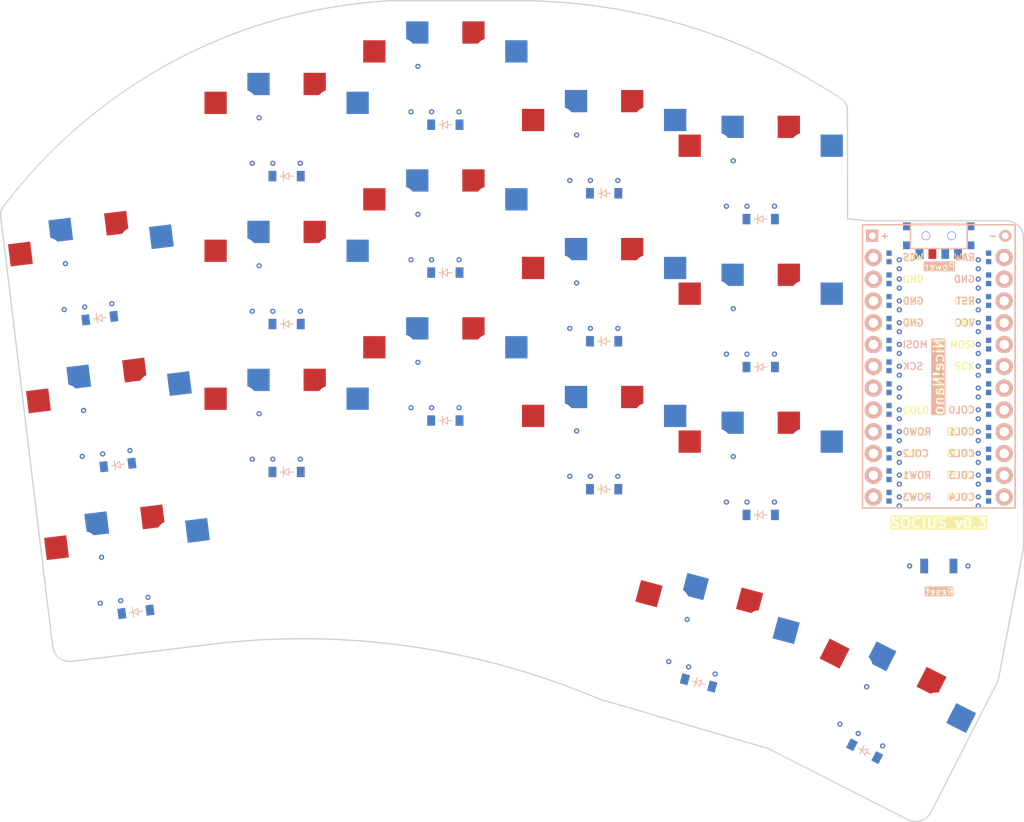
<source format=kicad_pcb>
(kicad_pcb (version 20221018) (generator pcbnew)
  (title_block (title "socius-choc-v1") (rev "v1.0.0") (company "Unknown"))
  (layers (0 "F.Cu" signal) (31 "B.Cu" signal) (34 "B.Paste" user) (35 "F.Paste" user) (36 "B.SilkS" user "B.Silkscreen") (37 "F.SilkS" user "F.Silkscreen") (38 "B.Mask" user) (39 "F.Mask" user) (44 "Edge.Cuts" user))
  (net 0 "")
  (net 1 "COL0")
  (net 2 "pinky_bottom")
  (net 3 "pinky_home")
  (net 4 "pinky_top")
  (net 5 "COL1")
  (net 6 "ring_bottom")
  (net 7 "ring_home")
  (net 8 "ring_top")
  (net 9 "COL2")
  (net 10 "middle_bottom")
  (net 11 "middle_home")
  (net 12 "middle_top")
  (net 13 "COL3")
  (net 14 "index_bottom")
  (net 15 "index_home")
  (net 16 "index_top")
  (net 17 "COL4")
  (net 18 "inner_bottom")
  (net 19 "inner_home")
  (net 20 "inner_top")
  (net 21 "inner_sole")
  (net 22 "outer_sole")
  (net 23 "ROW2")
  (net 24 "ROW1")
  (net 25 "ROW0")
  (net 26 "ROW3")
  (net 27 "RAW")
  (net 28 "GND")
  (net 29 "RST")
  (net 30 "VCC")
  (net 31 "P21")
  (net 32 "P20")
  (net 33 "P19")
  (net 34 "CS")
  (net 35 "P0")
  (net 36 "MOSI")
  (net 37 "SCK")
  (net 38 "P4")
  (net 39 "P5")
  (net 40 "POSITIVE")
  (footprint "E73:SPDT_C128955" (layer "F.Cu") (at 254.144752 120.916967)
    (fp_text reference "T1" hide)
    (fp_text value "" hide)
  )
  (footprint "PG1350" (layer "F.Cu") (at 160 160 7)
    (fp_text reference "S1" hide)
    (fp_text value "" hide)
  )
  (footprint "PG1350" (layer "F.Cu") (at 178.144752 126.416967)
    (fp_text reference "S5" hide)
    (fp_text value "" hide)
  )
  (footprint "VIA-0.6mm" (layer "F.Cu") (at 249.544752 151.366967)
    (fp_text reference "REF**" hide)
    (fp_text value "VIA-0.6mm" hide)
  )
  (footprint "VIA-0.6mm" (layer "F.Cu") (at 249.544752 133.586967)
    (fp_text reference "REF**" hide)
    (fp_text value "VIA-0.6mm" hide)
  )
  (footprint "VIA-0.6mm" (layer "F.Cu") (at 258.744752 144.796967)
    (fp_text reference "REF**" hide)
    (fp_text value "VIA-0.6mm" hide)
  )
  (footprint "VIA-0.6mm" (layer "F.Cu") (at 234.994752 134.716967)
    (fp_text reference "REF**" hide)
    (fp_text value "VIA-0.6mm" hide)
  )
  (footprint "VIA-0.6mm" (layer "F.Cu") (at 249.544752 139.716967)
    (fp_text reference "REF**" hide)
    (fp_text value "VIA-0.6mm" hide)
  )
  (footprint "PG1350" (layer "F.Cu") (at 155.795508 125.757158 7)
    (fp_text reference "S3" hide)
    (fp_text value "" hide)
  )
  (footprint "VIA-0.6mm" (layer "F.Cu") (at 224.821428 165.656894 -15)
    (fp_text reference "REF**" hide)
    (fp_text value "VIA-0.6mm" hide)
  )
  (footprint "VIA-0.6mm" (layer "F.Cu") (at 174.944752 141.666967)
    (fp_text reference "REF**" hide)
    (fp_text value "VIA-0.6mm" hide)
  )
  (footprint "VIA-0.6mm" (layer "F.Cu") (at 174.944752 124.416967)
    (fp_text reference "REF**" hide)
    (fp_text value "VIA-0.6mm" hide)
  )
  (footprint "VIA-0.6mm" (layer "F.Cu") (at 156.580114 158.40489 7)
    (fp_text reference "REF**" hide)
    (fp_text value "VIA-0.6mm" hide)
  )
  (footprint "VIA-0.6mm" (layer "F.Cu") (at 213.544752 114.466967)
    (fp_text reference "REF**" hide)
    (fp_text value "VIA-0.6mm" hide)
  )
  (footprint "VIA-0.6mm" (layer "F.Cu") (at 195.044752 140.966967)
    (fp_text reference "REF**" hide)
    (fp_text value "VIA-0.6mm" hide)
  )
  (footprint "VIA-0.6mm" (layer "F.Cu") (at 249.544752 143.746967)
    (fp_text reference "REF**" hide)
    (fp_text value "VIA-0.6mm" hide)
  )
  (footprint "PG1350" (layer "F.Cu") (at 178.144752 109.166967)
    (fp_text reference "S6" hide)
    (fp_text value "" hide)
  )
  (footprint "VIA-0.6mm" (layer "F.Cu") (at 231.794752 117.466967)
    (fp_text reference "REF**" hide)
    (fp_text value "VIA-0.6mm" hide)
  )
  (footprint "VIA-0.6mm" (layer "F.Cu") (at 158.814095 163.470393 7)
    (fp_text reference "REF**" hide)
    (fp_text value "VIA-0.6mm" hide)
  )
  (footprint "VIA-0.6mm" (layer "F.Cu") (at 249.544752 124.766967)
    (fp_text reference "REF**" hide)
    (fp_text value "VIA-0.6mm" hide)
  )
  (footprint "VIA-0.6mm" (layer "F.Cu") (at 244.755165 178.952326 -27)
    (fp_text reference "REF**" hide)
    (fp_text value "VIA-0.6mm" hide)
  )
  (footprint "VIA-0.6mm" (layer "F.Cu") (at 192.644752 106.466967)
    (fp_text reference "REF**" hide)
    (fp_text value "VIA-0.6mm" hide)
  )
  (footprint "VIA-0.6mm" (layer "F.Cu") (at 176.544752 112.466967)
    (fp_text reference "REF**" hide)
    (fp_text value "VIA-0.6mm" hide)
  )
  (footprint "PG1350" (layer "F.Cu") (at 215.144752 128.416967)
    (fp_text reference "S11" hide)
    (fp_text value "" hide)
  )
  (footprint "ComboDiode" (layer "F.Cu") (at 178.144752 131.216967)
    (fp_text reference "D5" hide)
    (fp_text value "" hide)
  )
  (footprint "VIA-0.6mm" (layer "F.Cu") (at 249.544752 127.016967)
    (fp_text reference "REF**" hide)
    (fp_text value "VIA-0.6mm" hide)
  )
  (footprint "VIA-0.6mm" (layer "F.Cu") (at 249.544752 136.126967)
    (fp_text reference "REF**" hide)
    (fp_text value "VIA-0.6mm" hide)
  )
  (footprint "VIA-0.6mm" (layer "F.Cu") (at 249.544752 142.256967)
    (fp_text reference "REF**" hide)
    (fp_text value "VIA-0.6mm" hide)
  )
  (footprint "VIA-0.6mm" (layer "F.Cu") (at 179.744752 112.466967)
    (fp_text reference "REF**" hide)
    (fp_text value "VIA-0.6mm" hide)
  )
  (footprint "VIA-0.6mm" (layer "F.Cu") (at 213.544752 148.966967)
    (fp_text reference "REF**" hide)
    (fp_text value "VIA-0.6mm" hide)
  )
  (footprint "VIA-0.6mm" (layer "F.Cu") (at 258.744752 133.586967)
    (fp_text reference "REF**" hide)
    (fp_text value "VIA-0.6mm" hide)
  )
  (footprint "VIA-0.6mm" (layer "F.Cu") (at 258.744752 146.286967)
    (fp_text reference "REF**" hide)
    (fp_text value "VIA-0.6mm" hide)
  )
  (footprint "VIA-0.6mm" (layer "F.Cu") (at 176.544752 146.966967)
    (fp_text reference "REF**" hide)
    (fp_text value "VIA-0.6mm" hide)
  )
  (footprint "VIA-0.6mm" (layer "F.Cu") (at 159.887997 145.95899 7)
    (fp_text reference "REF**" hide)
    (fp_text value "VIA-0.6mm" hide)
  )
  (footprint "VIA-0.6mm" (layer "F.Cu") (at 258.744752 128.506967)
    (fp_text reference "REF**" hide)
    (fp_text value "VIA-0.6mm" hide)
  )
  (footprint "VIA-0.6mm" (layer "F.Cu") (at 198.244752 123.716967)
    (fp_text reference "REF**" hide)
    (fp_text value "VIA-0.6mm" hide)
  )
  (footprint "VIA-0.6mm" (layer "F.Cu") (at 249.544752 125.966967)
    (fp_text reference "REF**" hide)
    (fp_text value "VIA-0.6mm" hide)
  )
  (footprint "ComboDiode" (layer "F.Cu") (at 215.144752 133.216967)
    (fp_text reference "D11" hide)
    (fp_text value "" hide)
  )
  (footprint "VIA-0.6mm" (layer "F.Cu") (at 154.329738 146.641459 7)
    (fp_text reference "REF**" hide)
    (fp_text value "VIA-0.6mm" hide)
  )
  (footprint "ComboDiode" (layer "F.Cu") (at 178.144752 113.966967)
    (fp_text reference "D6" hide)
    (fp_text value "" hide)
  )
  (footprint "VIA-0.6mm" (layer "F.Cu") (at 230.194752 146.666967)
    (fp_text reference "REF**" hide)
    (fp_text value "VIA-0.6mm" hide)
  )
  (footprint "VIA-0.6mm" (layer "F.Cu") (at 258.744752 132.096967)
    (fp_text reference "REF**" hide)
    (fp_text value "VIA-0.6mm" hide)
  )
  (footprint "VIA-0.6mm" (layer "F.Cu") (at 258.744752 141.206967)
    (fp_text reference "REF**" hide)
    (fp_text value "VIA-0.6mm" hide)
  )
  (footprint "PG1350" (layer "F.Cu") (at 227.394752 168.416967 -15)
    (fp_text reference "S16" hide)
    (fp_text value "" hide)
  )
  (footprint "VIA-0.6mm" (layer "F.Cu") (at 193.444752 118.416967)
    (fp_text reference "REF**" hide)
    (fp_text value "VIA-0.6mm" hide)
  )
  (footprint "VIA-0.6mm" (layer "F.Cu") (at 224.995168 171.190412 -15)
    (fp_text reference "REF**" hide)
    (fp_text value "VIA-0.6mm" hide)
  )
  (footprint "VIA-0.6mm" (layer "F.Cu") (at 258.744752 138.666967)
    (fp_text reference "REF**" hide)
    (fp_text value "VIA-0.6mm" hide)
  )
  (footprint "VIA-0.6mm" (layer "F.Cu") (at 258.744752 137.176967)
    (fp_text reference "REF**" hide)
    (fp_text value "VIA-0.6mm" hide)
  )
  (footprint "VIA-0.6mm" (layer "F.Cu") (at 249.544752 131.046967)
    (fp_text reference "REF**" hide)
    (fp_text value "VIA-0.6mm" hide)
  )
  (footprint "PG1350" (layer "F.Cu") (at 196.644752 120.416967)
    (fp_text reference "S8" hide)
    (fp_text value "" hide)
  )
  (footprint "VIA-0.6mm" (layer "F.Cu") (at 249.544752 152.416967)
    (fp_text reference "REF**" hide)
    (fp_text value "VIA-0.6mm" hide)
  )
  (footprint "VIA-0.6mm" (layer "F.Cu") (at 211.944752 143.666967)
    (fp_text reference "REF**" hide)
    (fp_text value "VIA-0.6mm" hide)
  )
  (footprint "VIA-0.6mm" (layer "F.Cu") (at 258.744752 142.256967)
    (fp_text reference "REF**" hide)
    (fp_text value "VIA-0.6mm" hide)
  )
  (footprint "ComboDiode" (layer "F.Cu") (at 215.144752 150.466967)
    (fp_text reference "D10" hide)
    (fp_text value "" hide)
  )
  (footprint "VIA-0.6mm" (layer "F.Cu") (at 245.735704 173.503607 -27)
    (fp_text reference "REF**" hide)
    (fp_text value "VIA-0.6mm" hide)
  )
  (footprint "VIA-0.6mm" (layer "F.Cu") (at 174.944752 107.166967)
    (fp_text reference "REF**" hide)
    (fp_text value "VIA-0.6mm" hide)
  )
  (footprint "VIA-0.6mm" (layer "F.Cu") (at 258.744752 129.556967)
    (fp_text reference "REF**" hide)
    (fp_text value "VIA-0.6mm" hide)
  )
  (footprint "VIA-0.6mm" (layer "F.Cu") (at 249.544752 141.206967)
    (fp_text reference "REF**" hide)
    (fp_text value "VIA-0.6mm" hide)
  )
  (footprint "VIA-0.6mm" (layer "F.Cu") (at 198.244752 140.966967)
    (fp_text reference "REF**" hide)
    (fp_text value "VIA-0.6mm" hide)
  )
  (footprint "VIA-0.6mm" (layer "F.Cu") (at 258.744752 134.636967)
    (fp_text reference "REF**" hide)
    (fp_text value "VIA-0.6mm" hide)
  )
  (footprint "ComboDiode" (layer "F.Cu") (at 215.144752 115.966967)
    (fp_text reference "D12" hide)
    (fp_text value "" hide)
  )
  (footprint "VIA-0.6mm" (layer "F.Cu") (at 229.394752 134.716967)
    (fp_text reference "REF**" hide)
    (fp_text value "VIA-0.6mm" hide)
  )
  (footprint "VIA-0.6mm" (layer "F.Cu") (at 229.394752 117.466967)
    (fp_text reference "REF**" hide)
    (fp_text value "VIA-0.6mm" hide)
  )
  (footprint "VIA-0.6mm" (layer "F.Cu") (at 198.244752 106.466967)
    (fp_text reference "REF**" hide)
    (fp_text value "VIA-0.6mm" hide)
  )
  (footprint "VIA-0.6mm" (layer "F.Cu") (at 258.744752 148.826967)
    (fp_text reference "REF**" hide)
    (fp_text value "VIA-0.6mm" hide)
  )
  (footprint "VIA-0.6mm" (layer "F.Cu") (at 211.144752 148.966967)
    (fp_text reference "REF**" hide)
    (fp_text value "VIA-0.6mm" hide)
  )
  (footprint "VIA-0.6mm" (layer "F.Cu") (at 249.544752 138.666967)
    (fp_text reference "REF**" hide)
    (fp_text value "VIA-0.6mm" hide)
  )
  (footprint "PG1350" (layer "F.Cu") (at 233.394752 131.416967)
    (fp_text reference "S14" hide)
    (fp_text value "" hide)
  )
  (footprint "ComboDiode" (layer "F.Cu") (at 233.394752 153.466967)
    (fp_text reference "D13" hide)
    (fp_text value "" hide)
  )
  (footprint "lib:niceview_headers" (layer "F.Cu") (at 254.144752 120.916967 -90)
    (fp_text reference "")
    (fp_text value "")
  )
  (footprint "VIA-0.6mm" (layer "F.Cu") (at 231.794752 134.716967)
    (fp_text reference "REF**" hide)
    (fp_text value "VIA-0.6mm" hide)
  )
  (footprint "PG1350" (layer "F.Cu") (at 233.394752 114.166967)
    (fp_text reference "S15" hide)
    (fp_text value "" hide)
  )
  (footprint "VIA-0.6mm" (layer "F.Cu") (at 156.431984 163.76288 7)
    (fp_text reference "REF**" hide)
    (fp_text value "VIA-0.6mm" hide)
  )
  (footprint "VIA-0.6mm" (layer "F.Cu") (at 249.544752 146.286967)
    (fp_text reference "REF**" hide)
    (fp_text value "VIA-0.6mm" hide)
  )
  (footprint "PG1350" (layer "F.Cu") (at 247.678944 176.73839 -27)
    (fp_text reference "S17" hide)
    (fp_text value "" hide)
  )
  (footprint "VIA-0.6mm" (layer "F.Cu") (at 242.616749 177.862749 -27)
    (fp_text reference "REF**" hide)
    (fp_text value "VIA-0.6mm" hide)
  )
  (footprint "VIA-0.6mm" (layer "F.Cu") (at 161.990243 163.080411 7)
    (fp_text reference "REF**" hide)
    (fp_text value "VIA-0.6mm" hide)
  )
  (footprint "PG1350" (layer "F.Cu") (at 178.144752 143.666967)
    (fp_text reference "S4" hide)
    (fp_text value "" hide)
  )
  (footprint "PG1350" (layer "F.Cu") (at 196.644752 103.166967)
    (fp_text reference "S9" hide)
    (fp_text value "" hide)
  )
  (footprint "VIA-0.6mm" (layer "F.Cu") (at 249.544752 144.796967)
    (fp_text reference "REF**" hide)
    (fp_text value "VIA-0.6mm" hide)
  )
  (footprint "VIA-0.6mm" (layer "F.Cu") (at 229.394752 151.966967)
    (fp_text reference "REF**" hide)
    (fp_text value "VIA-0.6mm" hide)
  )
  (footprint "VIA-0.6mm" (layer "F.Cu") (at 249.544752 148.826967)
    (fp_text reference "REF**" hide)
    (fp_text value "VIA-0.6mm" hide)
  )
  (footprint "VIA-0.6mm" (layer "F.Cu") (at 157.78575 128.837569 7)
    (fp_text reference "REF**" hide)
    (fp_text value "VIA-0.6mm" hide)
  )
  (footprint "VIA-0.6mm" (layer "F.Cu") (at 193.444752 101.166967)
    (fp_text reference "REF**" hide)
    (fp_text value "VIA-0.6mm" hide)
  )
  (footprint "VIA-0.6mm" (layer "F.Cu") (at 257.544752 159.416967)
    (fp_text reference "REF**" hide)
    (fp_text value "VIA-0.6mm" hide)
  )
  (footprint "ComboDiode" (layer "F.Cu") (at 233.394752 118.966967)
    (fp_text reference "D15" hide)
    (fp_text value "" hide)
  )
  (footprint "VIA-0.6mm" (layer "F.Cu") (at 211.944752 109.166967)
    (fp_text reference "REF**" hide)
    (fp_text value "VIA-0.6mm" hide)
  )
  (footprint "VIA-0.6mm" (layer "F.Cu") (at 258.744752 151.366967)
    (fp_text reference "REF**" hide)
    (fp_text value "VIA-0.6mm" hide)
  )
  (footprint "ComboDiode" (layer "F.Cu") (at 160.584973 164.764222 7)
    (fp_text reference "D1" hide)
    (fp_text value "" hide)
  )
  (footprint "PG1350" (layer "F.Cu") (at 215.144752 111.166967)
    (fp_text reference "S12" hide)
    (fp_text value "" hide)
  )
  (footprint "VIA-0.6mm" (layer "F.Cu") (at 195.044752 123.716967)
    (fp_text reference "REF**" hide)
    (fp_text value "VIA-0.6mm" hide)
  )
  (footprint "VIA-0.6mm" (layer "F.Cu") (at 192.644752 123.716967)
    (fp_text reference "REF**" hide)
    (fp_text value "VIA-0.6mm" hide)
  )
  (footprint "VIA-0.6mm" (layer "F.Cu") (at 247.606385 180.405096 -27)
    (fp_text reference "REF**" hide)
    (fp_text value "VIA-0.6mm" hide)
  )
  (footprint "ComboDiode" (layer "F.Cu") (at 196.644752 107.966967)
    (fp_text reference "D9" hide)
    (fp_text value "" hide)
  )
  (footprint "VIA-0.6mm" (layer "F.Cu") (at 258.744752 149.876967)
    (fp_text reference "REF**" hide)
    (fp_text value "VIA-0.6mm" hide)
  )
  (footprint "VIA-0.6mm" (layer "F.Cu") (at 222.676946 170.569246 -15)
    (fp_text reference "REF**" hide)
    (fp_text value "VIA-0.6mm" hide)
  )
  (footprint "VIA-0.6mm" (layer "F.Cu") (at 211.944752 126.416967)
    (fp_text reference "REF**" hide)
    (fp_text value "VIA-0.6mm" hide)
  )
  (footprint "VIA-0.6mm" (layer "F.Cu") (at 258.744752 125.966967)
    (fp_text reference "REF**" hide)
    (fp_text value "VIA-0.6mm" hide)
  )
  (footprint "VIA-0.6mm" (layer "F.Cu") (at 249.544752 123.716967)
    (fp_text reference "REF**" hide)
    (fp_text value "VIA-0.6mm" hide)
  )
  (footprint "ProMicro" (layer "F.Cu") (at 254.144752 137.416967 -90)
    (fp_text reference "MCU1" hide)
    (fp_text value "" hide)
  )
  (footprint "VIA-0.6mm" (layer "F.Cu") (at 258.744752 152.416967)
    (fp_text reference "REF**" hide)
    (fp_text value "VIA-0.6mm" hide)
  )
  (footprint "ComboDiode" (layer "F.Cu") (at 233.394752 136.216967)
    (fp_text reference "D14" hide)
    (fp_text value "" hide)
  )
  (footprint "VIA-0.6mm" (layer "F.Cu") (at 154.477867 141.283469 7)
    (fp_text reference "REF**" hide)
    (fp_text value "VIA-0.6mm" hide)
  )
  (footprint "ComboDiode" (layer "F.Cu") (at 178.144752 148.466967)
    (fp_text reference "D4" hide)
    (fp_text value "" hide)
  )
  (footprint "VIA-0.6mm" (layer "F.Cu") (at 174.144752 146.966967)
    (fp_text reference "REF**" hide)
    (fp_text value "VIA-0.6mm" hide)
  )
  (footprint "VIA-0.6mm" (layer "F.Cu") (at 216.744752 131.716967)
    (fp_text reference "REF**" hide)
    (fp_text value "VIA-0.6mm" hide)
  )
  (footprint "VIA-0.6mm" (layer "F.Cu") (at 258.744752 139.716967)
    (fp_text reference "REF**" hide)
    (fp_text value "VIA-0.6mm" hide)
  )
  (footprint "VIA-0.6mm" (layer "F.Cu") (at 249.544752 134.636967)
    (fp_text reference "REF**" hide)
    (fp_text value "VIA-0.6mm" hide)
  )
  (footprint "VIA-0.6mm" (layer "F.Cu") (at 179.744752 129.716967)
    (fp_text reference "REF**" hide)
    (fp_text value "VIA-0.6mm" hide)
  )
  (footprint "VIA-0.6mm" (layer "F.Cu") (at 174.144752 129.716967)
    (fp_text reference "REF**" hide)
    (fp_text value "VIA-0.6mm" hide)
  )
  (footprint "VIA-0.6mm" (layer "F.Cu") (at 216.744752 114.466967)
    (fp_text reference "REF**" hide)
    (fp_text value "VIA-0.6mm" hide)
  )
  (footprint "VIA-0.6mm" (layer "F.Cu") (at 258.744752 123.716967)
    (fp_text reference "REF**" hide)
    (fp_text value "VIA-0.6mm" hide)
  )
  (footprint "VIA-0.6mm" (layer "F.Cu") (at 231.794752 151.966967)
    (fp_text reference "REF**" hide)
    (fp_text value "VIA-0.6mm" hide)
  )
  (footprint "PG1350" (layer "F.Cu") (at 215.144752 145.666967)
    (fp_text reference "S10" hide)
    (fp_text value "" hide)
  )
  (footprint "ComboDiode" (layer "F.Cu") (at 245.499789 181.015221 -27)
    (fp_text reference "D17" hide)
    (fp_text value "" hide)
  )
  (footprint "VIA-0.6mm" (layer "F.Cu") (at 228.086131 172.018633 -15)
    (fp_text reference "REF**" hide)
    (fp_text value "VIA-0.6mm" hide)
  )
  (footprint "ComboDiode" (layer "F.Cu") (at 196.644752 142.466967)
    (fp_text reference "D7" hide)
    (fp_text value "" hide)
  )
  (footprint "ComboDiode" (layer "F.Cu") (at 158.482727 147.6428 7)
    (fp_text reference "D2" hide)
    (fp_text value "" hide)
  )
  (footprint "VIA-0.6mm" (layer "F.Cu") (at 249.544752 147.336967)
    (fp_text reference "REF**" hide)
    (fp_text value "VIA-0.6mm" hide)
  )
  (footprint "VIA-0.6mm" (layer "F.Cu") (at 234.994752 117.466967)
    (fp_text reference "REF**" hide)
    (fp_text value "VIA-0.6mm" hide)
  )
  (footprint "VIA-0.6mm" (layer "F.Cu") (at 152.375621 124.162047 7)
    (fp_text reference "REF**" hide)
    (fp_text value "VIA-0.6mm" hide)
  )
  (footprint "VIA-0.6mm" (layer "F.Cu") (at 250.744752 159.416967)
    (fp_text reference "REF**" hide)
    (fp_text value "VIA-0.6mm" hide)
  )
  (footprint "VIA-0.6mm" (layer "F.Cu") (at 213.544752 131.716967)
    (fp_text reference "REF**" hide)
    (fp_text value "VIA-0.6mm" hide)
  )
  (footprint "VIA-0.6mm" (layer "F.Cu") (at 211.144752 131.716967)
    (fp_text reference "REF**" hide)
    (fp_text value "VIA-0.6mm" hide)
  )
  (footprint "VIA-0.6mm" (layer "F.Cu") (at 230.194752 112.166967)
    (fp_text reference "REF**" hide)
    (fp_text value "VIA-0.6mm" hide)
  )
  (footprint "VIA-0.6mm" (layer "F.Cu") (at 258.744752 127.016967)
    (fp_text reference "REF**" hide)
    (fp_text value "VIA-0.6mm" hide)
  )
  (footprint "VIA-0.6mm" (layer "F.Cu") (at 234.994752 151.966967)
    (fp_text reference "REF**" hide)
    (fp_text value "VIA-0.6mm" hide)
  )
  (footprint "PG1350" (layer "F.Cu") (at 196.644752 137.666967)
    (fp_text reference "S7" hide)
    (fp_text value "" hide)
  )
  (footprint "ComboDiode" (layer "F.Cu") (at 226.152421 173.053411 -15)
    (fp_text reference "D16" hide)
    (fp_text value "" hide)
  )
  (footprint "VIA-0.6mm" (layer "F.Cu") (at 258.744752 136.126967)
    (fp_text reference "REF**" hide)
    (fp_text value "VIA-0.6mm" hide)
  )
  (footprint "VIA-0.6mm" (layer "F.Cu") (at 176.544752 129.716967)
    (fp_text reference "REF**" hide)
    (fp_text value "VIA-0.6mm" hide)
  )
  (footprint "VIA-0.6mm" (layer "F.Cu") (at 211.144752 114.466967)
    (fp_text reference "REF**" hide)
    (fp_text value "VIA-0.6mm" hide)
  )
  (footprint "VIA-0.6mm" (layer "F.Cu") (at 156.711849 146.348972 7)
    (fp_text reference "REF**" hide)
    (fp_text value "VIA-0.6mm" hide)
  )
  (footprint "ComboDiode" (layer "F.Cu") (at 156.38048 130.521379 7)
    (fp_text reference "D3" hide)
    (fp_text value "" hide)
  )
  (footprint "ComboDiode" (layer "F.Cu") (at 196.644752 125.216967)
    (fp_text reference "D8" hide)
    (fp_text value "" hide)
  )
  (footprint "VIA-0.6mm" (layer "F.Cu") (at 230.194752 129.416967)
    (fp_text reference "REF**" hide)
    (fp_text value "VIA-0.6mm" hide)
  )
  (footprint "VIA-0.6mm" (layer "F.Cu") (at 152.227492 129.520038 7)
    (fp_text reference "REF**" hide)
    (fp_text value "VIA-0.6mm" hide)
  )
  (footprint "VIA-0.6mm" (layer "F.Cu") (at 174.144752 112.466967)
    (fp_text reference "REF**" hide)
    (fp_text value "VIA-0.6mm" hide)
  )
  (footprint "VIA-0.6mm" (layer "F.Cu") (at 258.744752 143.746967)
    (fp_text reference "REF**" hide)
    (fp_text value "VIA-0.6mm" hide)
  )
  (footprint "VIA-0.6mm" (layer "F.Cu") (at 249.544752 137.176967)
    (fp_text reference "REF**" hide)
    (fp_text value "VIA-0.6mm" hide)
  )
  (footprint "VIA-0.6mm" (layer "F.Cu") (at 195.044752 106.466967)
    (fp_text reference "REF**" hide)
    (fp_text value "VIA-0.6mm" hide)
  )
  (footprint "VIA-0.6mm" (layer "F.Cu") (at 154.609603 129.227551 7)
    (fp_text reference "REF**" hide)
    (fp_text value "VIA-0.6mm" hide)
  )
  (footprint "VIA-0.6mm" (layer "F.Cu") (at 249.544752 149.876967)
    (fp_text reference "REF**" hide)
    (fp_text value "VIA-0.6mm" hide)
  )
  (footprint "VIA-0.6mm" (layer "F.Cu") (at 258.744752 147.336967)
    (fp_text reference "REF**" hide)
    (fp_text value "VIA-0.6mm" hide)
  )
  (footprint "VIA-0.6mm" (layer "F.Cu") (at 216.744752 148.966967)
    (fp_text reference "REF**" hide)
    (fp_text value "VIA-0.6mm" hide)
  )
  (footprint "VIA-0.6mm" (layer "F.Cu") (at 179.744752 146.966967)
    (fp_text reference "REF**" hide)
    (fp_text value "VIA-0.6mm" hide)
  )
  (footprint "VIA-0.6mm" (layer "F.Cu") (at 258.744752 131.046967)
    (fp_text reference "REF**" hide)
    (fp_text value "VIA-0.6mm" hide)
  )
  (footprint "PG1350" (layer "F.Cu") (at 157.897754 142.878579 7)
    (fp_text reference "S2" hide)
    (fp_text value "" hide)
  )
  (footprint "PG1350" (layer "F.Cu") (at 233.394752 148.666967)
    (fp_text reference "S13" hide)
    (fp_text value "" hide)
  )
  (footprint "VIA-0.6mm" (layer "F.Cu") (at 249.544752 132.096967)
    (fp_text reference "REF**" hide)
    (fp_text value "VIA-0.6mm" hide)
  )
  (footprint "VIA-0.6mm" (layer "F.Cu") (at 249.544752 129.556967)
    (fp_text reference "REF**" hide)
    (fp_text value "VIA-0.6mm" hide)
  )
  (footprint "Button_Switch_SMD:SW_SPST_B3U-1000P" (layer "F.Cu") (at 254.144752 159.416967 180)
    (fp_text reference "")
    (fp_text value "")
  )
  (footprint "VIA-0.6mm" (layer "F.Cu") (at 258.744752 124.766967)
    (fp_text reference "REF**" hide)
    (fp_text value "VIA-0.6mm" hide)
  )
  (footprint "VIA-0.6mm" (layer "F.Cu") (at 193.444752 135.666967)
    (fp_text reference "REF**" hide)
    (fp_text value "VIA-0.6mm" hide)
  )
  (footprint "VIA-0.6mm" (layer "F.Cu") (at 249.544752 128.506967)
    (fp_text reference "REF**" hide)
    (fp_text value "VIA-0.6mm" hide)
  )
  (footprint "VIA-0.6mm" (layer "F.Cu") (at 192.644752 140.966967)
    (fp_text reference "REF**" hide)
    (fp_text value "VIA-0.6mm" hide)
  )
  (gr_line (start 263.984345 157.477626) (end 261.123375 172.479452) (stroke (width 0.15)) (layer "Edge.Cuts"))
  (gr_arc (start 264.019752 157.102962) (mid 264.010881 157.291129) (end 263.984345 157.477626) (stroke (width 0.15)) (layer "Edge.Cuts"))
  (gr_arc (start 144.966552 117.754251) (mid 165.022092 100.537314) (end 190.5 93.5) (stroke (width 0.15)) (layer "Edge.Cuts"))
  (gr_arc (start 245.871437 119.166967) (mid 245.769883 119.164387) (end 245.668591 119.156654) (stroke (width 0.15)) (layer "Edge.Cuts"))
  (gr_arc (start 205 93.5) (mid 224.845729 96.46042) (end 242.963467 105.083911) (stroke (width 0.15)) (layer "Edge.Cuts"))
  (gr_arc (start 170.947565 168.35309) (mid 171.222226 168.338421) (end 171.496303 168.361575) (stroke (width 0.15)) (layer "Edge.Cuts"))
  (gr_arc (start 242.964302 105.083068) (mid 243.292462 105.506298) (end 243.5 106) (stroke (width 0.15)) (layer "Edge.Cuts"))
  (gr_arc (start 261.123375 172.479452) (mid 261.050969 172.752575) (end 260.940795 173.012769) (stroke (width 0.15)) (layer "Edge.Cuts"))
  (gr_line (start 264.019752 121.166967) (end 264.019752 157.102962) (stroke (width 0.15)) (layer "Edge.Cuts"))
  (gr_arc (start 144.835589 118.741422) (mid 144.838029 118.239473) (end 144.966553 117.754251) (stroke (width 0.15)) (layer "Edge.Cuts"))
  (gr_line (start 144.835589 118.741422) (end 150.879724 168.802092) (stroke (width 0.15)) (layer "Edge.Cuts"))
  (gr_arc (start 214.992614 175.073246) (mid 215.122665 175.097744) (end 215.250812 175.130788) (stroke (width 0.15)) (layer "Edge.Cuts"))
  (gr_arc (start 171.222226 168.338421) (mid 193.659098 168.961767) (end 215.219295 175.203539) (stroke (width 0.15)) (layer "Edge.Cuts"))
  (gr_arc (start 234.109069 180.665207) (mid 234.284646 180.72572) (end 234.453853 180.802259) (stroke (width 0.15)) (layer "Edge.Cuts"))
  (gr_line (start 153.108555 170.543445) (end 170.947566 168.35309) (stroke (width 0.15)) (layer "Edge.Cuts"))
  (gr_line (start 243.519752 118.937582) (end 245.668591 119.156654) (stroke (width 0.15)) (layer "Edge.Cuts"))
  (gr_line (start 205 93.5) (end 190.5 93.5) (stroke (width 0.15)) (layer "Edge.Cuts"))
  (gr_arc (start 262.019752 119.166967) (mid 263.433966 119.752753) (end 264.019752 121.166967) (stroke (width 0.15)) (layer "Edge.Cuts"))
  (gr_line (start 243.519752 118.937582) (end 243.5 106) (stroke (width 0.15)) (layer "Edge.Cuts"))
  (gr_arc (start 260.162349 174.540555) (mid 260.162205 174.540837) (end 260.162062 174.541119) (stroke (width 0.15)) (layer "Edge.Cuts"))
  (gr_line (start 260.940795 173.012769) (end 260.162349 174.540555) (stroke (width 0.15)) (layer "Edge.Cuts"))
  (gr_line (start 245.871437 119.166967) (end 262.019752 119.166967) (stroke (width 0.15)) (layer "Edge.Cuts"))
  (gr_line (start 234.109068 180.665207) (end 215.250812 175.130788) (stroke (width 0.15)) (layer "Edge.Cuts"))
  (gr_arc (start 153.108555 170.543445) (mid 151.633493 170.134375) (end 150.879724 168.802092) (stroke (width 0.15)) (layer "Edge.Cuts"))
  (gr_line (start 253.238707 188.128968) (end 260.162062 174.541119) (stroke (width 0.15)) (layer "Edge.Cuts"))
  (gr_arc (start 253.238707 188.128968) (mid 252.074728 189.1231) (end 250.548713 189.003) (stroke (width 0.15)) (layer "Edge.Cuts"))
  (gr_line (start 234.453853 180.802259) (end 250.548713 189.003) (stroke (width 0.15)) (layer "Edge.Cuts"))
)
</source>
